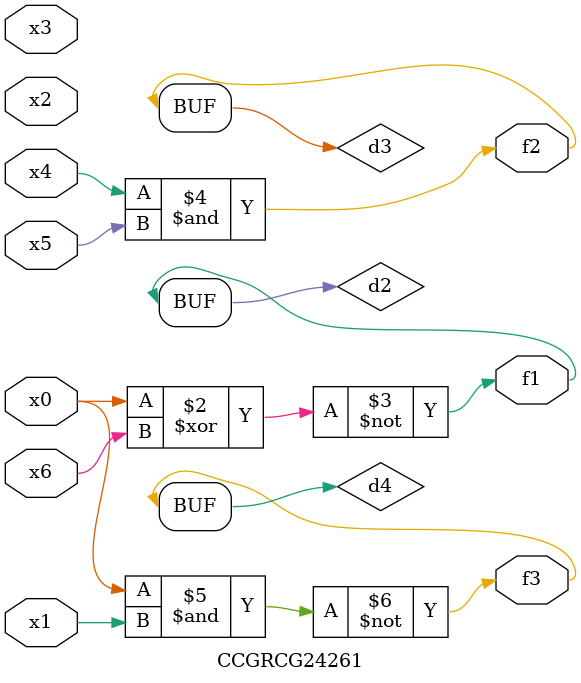
<source format=v>
module CCGRCG24261(
	input x0, x1, x2, x3, x4, x5, x6,
	output f1, f2, f3
);

	wire d1, d2, d3, d4;

	nor (d1, x0);
	xnor (d2, x0, x6);
	and (d3, x4, x5);
	nand (d4, x0, x1);
	assign f1 = d2;
	assign f2 = d3;
	assign f3 = d4;
endmodule

</source>
